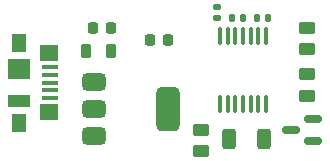
<source format=gbr>
%TF.GenerationSoftware,KiCad,Pcbnew,8.0.6*%
%TF.CreationDate,2024-12-25T17:09:27-08:00*%
%TF.ProjectId,USB_LED_Controller,5553425f-4c45-4445-9f43-6f6e74726f6c,rev?*%
%TF.SameCoordinates,Original*%
%TF.FileFunction,Paste,Top*%
%TF.FilePolarity,Positive*%
%FSLAX46Y46*%
G04 Gerber Fmt 4.6, Leading zero omitted, Abs format (unit mm)*
G04 Created by KiCad (PCBNEW 8.0.6) date 2024-12-25 17:09:27*
%MOMM*%
%LPD*%
G01*
G04 APERTURE LIST*
G04 Aperture macros list*
%AMRoundRect*
0 Rectangle with rounded corners*
0 $1 Rounding radius*
0 $2 $3 $4 $5 $6 $7 $8 $9 X,Y pos of 4 corners*
0 Add a 4 corners polygon primitive as box body*
4,1,4,$2,$3,$4,$5,$6,$7,$8,$9,$2,$3,0*
0 Add four circle primitives for the rounded corners*
1,1,$1+$1,$2,$3*
1,1,$1+$1,$4,$5*
1,1,$1+$1,$6,$7*
1,1,$1+$1,$8,$9*
0 Add four rect primitives between the rounded corners*
20,1,$1+$1,$2,$3,$4,$5,0*
20,1,$1+$1,$4,$5,$6,$7,0*
20,1,$1+$1,$6,$7,$8,$9,0*
20,1,$1+$1,$8,$9,$2,$3,0*%
G04 Aperture macros list end*
%ADD10RoundRect,0.250000X-0.450000X0.262500X-0.450000X-0.262500X0.450000X-0.262500X0.450000X0.262500X0*%
%ADD11RoundRect,0.250000X0.450000X-0.262500X0.450000X0.262500X-0.450000X0.262500X-0.450000X-0.262500X0*%
%ADD12RoundRect,0.375000X-0.625000X-0.375000X0.625000X-0.375000X0.625000X0.375000X-0.625000X0.375000X0*%
%ADD13RoundRect,0.500000X-0.500000X-1.400000X0.500000X-1.400000X0.500000X1.400000X-0.500000X1.400000X0*%
%ADD14RoundRect,0.100000X0.100000X-0.637500X0.100000X0.637500X-0.100000X0.637500X-0.100000X-0.637500X0*%
%ADD15RoundRect,0.250000X-0.312500X-0.625000X0.312500X-0.625000X0.312500X0.625000X-0.312500X0.625000X0*%
%ADD16RoundRect,0.150000X0.587500X0.150000X-0.587500X0.150000X-0.587500X-0.150000X0.587500X-0.150000X0*%
%ADD17R,1.380000X0.450000*%
%ADD18R,1.300000X1.650000*%
%ADD19R,1.550000X1.425000*%
%ADD20R,1.900000X1.800000*%
%ADD21R,1.900000X1.000000*%
%ADD22RoundRect,0.218750X0.218750X0.381250X-0.218750X0.381250X-0.218750X-0.381250X0.218750X-0.381250X0*%
%ADD23RoundRect,0.225000X0.225000X0.250000X-0.225000X0.250000X-0.225000X-0.250000X0.225000X-0.250000X0*%
%ADD24RoundRect,0.140000X0.140000X0.170000X-0.140000X0.170000X-0.140000X-0.170000X0.140000X-0.170000X0*%
%ADD25RoundRect,0.140000X-0.170000X0.140000X-0.170000X-0.140000X0.170000X-0.140000X0.170000X0.140000X0*%
%ADD26RoundRect,0.140000X-0.140000X-0.170000X0.140000X-0.170000X0.140000X0.170000X-0.140000X0.170000X0*%
G04 APERTURE END LIST*
D10*
%TO.C,R4*%
X85344000Y-74883000D03*
X85344000Y-76708000D03*
%TD*%
D11*
%TO.C,R2*%
X94361000Y-68095500D03*
X94361000Y-66270500D03*
%TD*%
D12*
%TO.C,U2*%
X76250000Y-70852000D03*
X76250000Y-73152000D03*
D13*
X82550000Y-73152000D03*
D12*
X76250000Y-75452000D03*
%TD*%
D14*
%TO.C,U1*%
X86950000Y-72712500D03*
X87600000Y-72712500D03*
X88250000Y-72712500D03*
X88900000Y-72712500D03*
X89550000Y-72712500D03*
X90200000Y-72712500D03*
X90850000Y-72712500D03*
X90850000Y-66987500D03*
X90200000Y-66987500D03*
X89550000Y-66987500D03*
X88900000Y-66987500D03*
X88250000Y-66987500D03*
X87600000Y-66987500D03*
X86950000Y-66987500D03*
%TD*%
D15*
%TO.C,R3*%
X87753000Y-75692000D03*
X90678000Y-75692000D03*
%TD*%
D11*
%TO.C,R1*%
X94337500Y-72032500D03*
X94337500Y-70207500D03*
%TD*%
D16*
%TO.C,Q1*%
X94839000Y-75880000D03*
X94839000Y-73980000D03*
X92964000Y-74930000D03*
%TD*%
D17*
%TO.C,J2*%
X72602000Y-69620000D03*
X72602000Y-70270000D03*
X72602000Y-70920000D03*
X72602000Y-71570000D03*
X72602000Y-72220000D03*
D18*
X69942000Y-67545000D03*
D19*
X72517000Y-68432500D03*
D20*
X69942000Y-69770000D03*
D21*
X69942000Y-72470000D03*
D19*
X72517000Y-73407500D03*
D18*
X69942000Y-74295000D03*
%TD*%
D22*
%TO.C,FB1*%
X77724000Y-68199000D03*
X75599000Y-68199000D03*
%TD*%
D23*
%TO.C,C5*%
X81000000Y-67310000D03*
X82550000Y-67310000D03*
%TD*%
%TO.C,C4*%
X77724000Y-66294000D03*
X76174000Y-66294000D03*
%TD*%
D24*
%TO.C,C3*%
X88900000Y-65405000D03*
X87940000Y-65405000D03*
%TD*%
D25*
%TO.C,C2*%
X86741000Y-64516000D03*
X86741000Y-65476000D03*
%TD*%
D26*
%TO.C,C1*%
X90099000Y-65405000D03*
X91059000Y-65405000D03*
%TD*%
M02*

</source>
